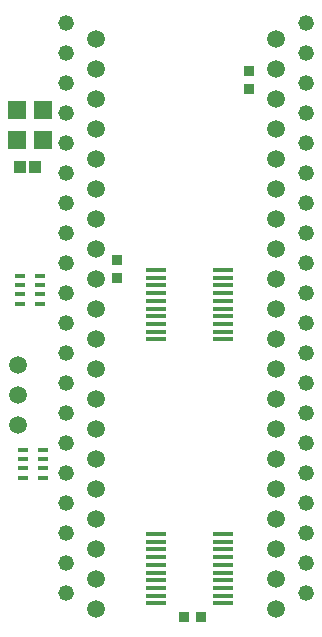
<source format=gbs>
G04 #@! TF.GenerationSoftware,KiCad,Pcbnew,8.0.6*
G04 #@! TF.CreationDate,2024-10-21T20:58:37-03:00*
G04 #@! TF.ProjectId,MSX_Goauld_Rev4_1,4d53585f-476f-4617-956c-645f52657634,rev?*
G04 #@! TF.SameCoordinates,Original*
G04 #@! TF.FileFunction,Soldermask,Bot*
G04 #@! TF.FilePolarity,Negative*
%FSLAX46Y46*%
G04 Gerber Fmt 4.6, Leading zero omitted, Abs format (unit mm)*
G04 Created by KiCad (PCBNEW 8.0.6) date 2024-10-21 20:58:37*
%MOMM*%
%LPD*%
G01*
G04 APERTURE LIST*
%ADD10C,1.320800*%
%ADD11C,1.500000*%
%ADD12R,1.500000X1.600000*%
%ADD13R,0.810000X0.860000*%
%ADD14O,1.740000X0.360000*%
%ADD15R,1.000000X1.016000*%
%ADD16R,0.860000X0.810000*%
%ADD17R,0.900000X0.400000*%
G04 APERTURE END LIST*
D10*
X178059000Y-124206000D03*
X178059000Y-121666000D03*
X178059000Y-119126000D03*
X178059000Y-116586000D03*
X178059000Y-114046000D03*
X178059000Y-111506000D03*
X178059000Y-108966000D03*
X178059000Y-106426000D03*
X178059000Y-103886000D03*
X178059000Y-101346000D03*
X178059000Y-98806000D03*
X178059000Y-96266000D03*
X178059000Y-93726000D03*
X178059000Y-91186000D03*
X178059000Y-88646000D03*
X178059000Y-86106000D03*
X178059000Y-83566000D03*
X178059000Y-81026000D03*
X178059000Y-78486000D03*
X178059000Y-75946000D03*
X157739000Y-75946000D03*
X157739000Y-78486000D03*
X157739000Y-81026000D03*
X157739000Y-83566000D03*
X157739000Y-86106000D03*
X157739000Y-88646000D03*
X157739000Y-91186000D03*
X157739000Y-93726000D03*
X157739000Y-96266000D03*
X157739000Y-98806000D03*
X157739000Y-101346000D03*
X157739000Y-103886000D03*
X157739000Y-106426000D03*
X157739000Y-108966000D03*
X157739000Y-111506000D03*
X157739000Y-114046000D03*
X157739000Y-116586000D03*
X157739000Y-119126000D03*
X157739000Y-121666000D03*
X157739000Y-124206000D03*
D11*
X153670000Y-104902000D03*
X153670000Y-107442000D03*
X153670000Y-109982000D03*
X160274000Y-77302900D03*
X160274000Y-79842900D03*
X160274000Y-82382900D03*
X160274000Y-84922900D03*
X160274000Y-87462900D03*
X160274000Y-90002900D03*
X160274000Y-92542900D03*
X160274000Y-95082900D03*
X160274000Y-97622900D03*
X160274000Y-100162900D03*
X160274000Y-102702900D03*
X160274000Y-105242900D03*
X160274000Y-107782900D03*
X160274000Y-110322900D03*
X160274000Y-112862900D03*
X160274000Y-115402900D03*
X160274000Y-117942900D03*
X160274000Y-120482900D03*
X160274000Y-123022900D03*
X160274000Y-125562900D03*
X175514000Y-125562900D03*
X175514000Y-123022900D03*
X175514000Y-120482900D03*
X175514000Y-117942900D03*
X175514000Y-115402900D03*
X175514000Y-112862900D03*
X175514000Y-110322900D03*
X175514000Y-107782900D03*
X175514000Y-105242900D03*
X175514000Y-102702900D03*
X175514000Y-100162900D03*
X175514000Y-97622900D03*
X175514000Y-95082900D03*
X175514000Y-92542900D03*
X175514000Y-90002900D03*
X175514000Y-87462900D03*
X175514000Y-84922900D03*
X175514000Y-82382900D03*
X175514000Y-79842900D03*
X175514000Y-77302900D03*
D12*
X155710000Y-83326000D03*
X155710000Y-85866000D03*
X153510000Y-85866000D03*
X153510000Y-83326000D03*
D13*
X169152000Y-126238000D03*
X167652000Y-126238000D03*
D14*
X171018000Y-96892000D03*
X171018000Y-97542000D03*
X171018000Y-98192000D03*
X171018000Y-98842000D03*
X171018000Y-99502000D03*
X171018000Y-100152000D03*
X171018000Y-100802000D03*
X171018000Y-101452000D03*
X171018000Y-102102000D03*
X171018000Y-102752000D03*
X165278000Y-102752000D03*
X165278000Y-102102000D03*
X165278000Y-101452000D03*
X165278000Y-100802000D03*
X165278000Y-100152000D03*
X165278000Y-99502000D03*
X165278000Y-98842000D03*
X165278000Y-98192000D03*
X165278000Y-97542000D03*
X165278000Y-96892000D03*
D15*
X155082000Y-88138000D03*
X153782000Y-88138000D03*
D14*
X165278000Y-125104000D03*
X165278000Y-124454000D03*
X165278000Y-123804000D03*
X165278000Y-123154000D03*
X165278000Y-122494000D03*
X165278000Y-121844000D03*
X165278000Y-121194000D03*
X165278000Y-120544000D03*
X165278000Y-119894000D03*
X165278000Y-119244000D03*
X171018000Y-119244000D03*
X171018000Y-119894000D03*
X171018000Y-120544000D03*
X171018000Y-121194000D03*
X171018000Y-121844000D03*
X171018000Y-122494000D03*
X171018000Y-123154000D03*
X171018000Y-123804000D03*
X171018000Y-124454000D03*
X171018000Y-125104000D03*
D16*
X162052000Y-97536000D03*
X162052000Y-96036000D03*
D17*
X153836000Y-99752000D03*
X153836000Y-98952000D03*
X153836000Y-98152000D03*
X153836000Y-97352000D03*
X155536000Y-97352000D03*
X155536000Y-98152000D03*
X155536000Y-98952000D03*
X155536000Y-99752000D03*
X154090000Y-114484000D03*
X154090000Y-113684000D03*
X154090000Y-112884000D03*
X154090000Y-112084000D03*
X155790000Y-112084000D03*
X155790000Y-112884000D03*
X155790000Y-113684000D03*
X155790000Y-114484000D03*
D16*
X173228000Y-80022000D03*
X173228000Y-81522000D03*
M02*

</source>
